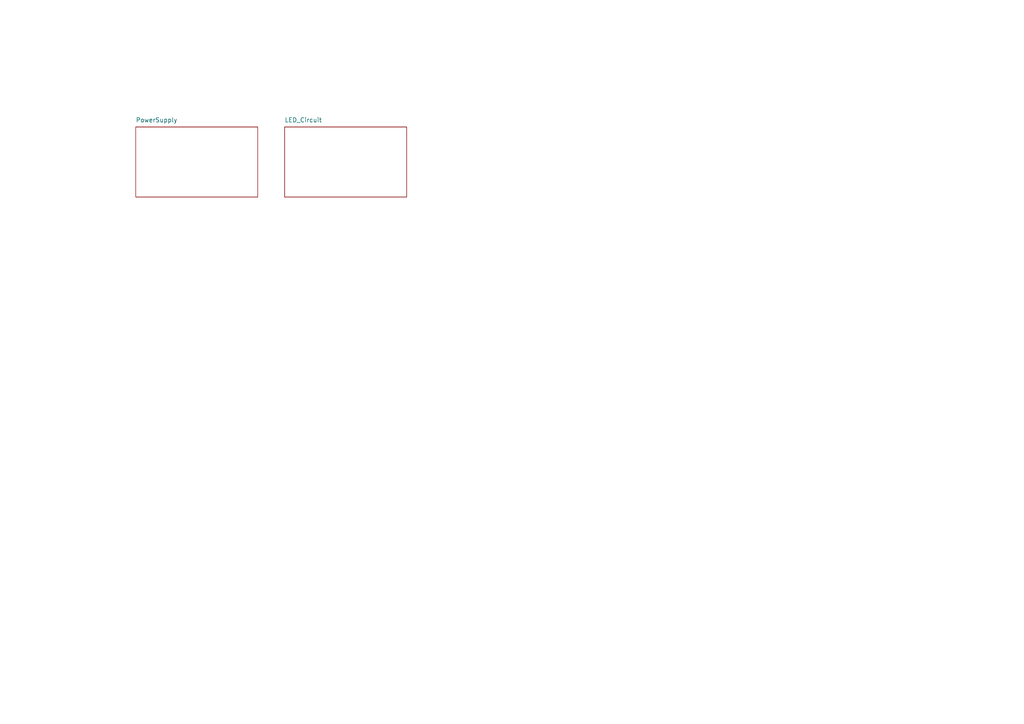
<source format=kicad_sch>
(kicad_sch
	(version 20250114)
	(generator "circuit_synth")
	(generator_version "9.0")
	(uuid 814f090a-bd18-46fa-be4b-2840dc319894)
	(paper "A4")
	(lib_symbols)
	(title_block
		(title Main)
		(date 2025-08-07)
		(company Circuit-Synth)
	)
	(sheet
		(at 39.37 36.83)
		(size 35.4 20.32)
		(stroke
			(width 0.12)
			(type solid)
		)
		(fill
			(color
				0
				0
				0
				0.0
			)
		)
		(uuid 4f474f23-1555-4fba-89b9-ad114b1802f0)
		(property "Sheetname" "PowerSupply"
			(at 39.37 35.559999999999995 0)
			(effects
				(font
					(size 1.27 1.27)
				)
				(justify left bottom)
			)
		)
		(property "Sheetfile" "PowerSupply.kicad_sch"
			(at 39.37 58.42 0)
			(effects
				(font
					(size 1.27 1.27)
				)
				(justify left top)
				(hide yes)
			)
		)
		(instances
			(project "test_hierarchical"
				(path "/"
					(page "1")
				)
			)
		)
	)
	(sheet
		(at 82.55 36.83)
		(size 35.4 20.32)
		(stroke
			(width 0.12)
			(type solid)
		)
		(fill
			(color
				0
				0
				0
				0.0
			)
		)
		(uuid 4d7b4255-a402-4cf7-9bc3-2cf1f23a2123)
		(property "Sheetname" "LED_Circuit"
			(at 82.55 35.559999999999995 0)
			(effects
				(font
					(size 1.27 1.27)
				)
				(justify left bottom)
			)
		)
		(property "Sheetfile" "LED_Circuit.kicad_sch"
			(at 82.55 58.42 0)
			(effects
				(font
					(size 1.27 1.27)
				)
				(justify left top)
				(hide yes)
			)
		)
		(instances
			(project "test_hierarchical"
				(path "/"
					(page "1")
				)
			)
		)
	)
	(sheet_instances
		(path "/814f090a-bd18-46fa-be4b-2840dc319894"
			(page "1")
		)
	)
	(embedded_fonts no)
)
</source>
